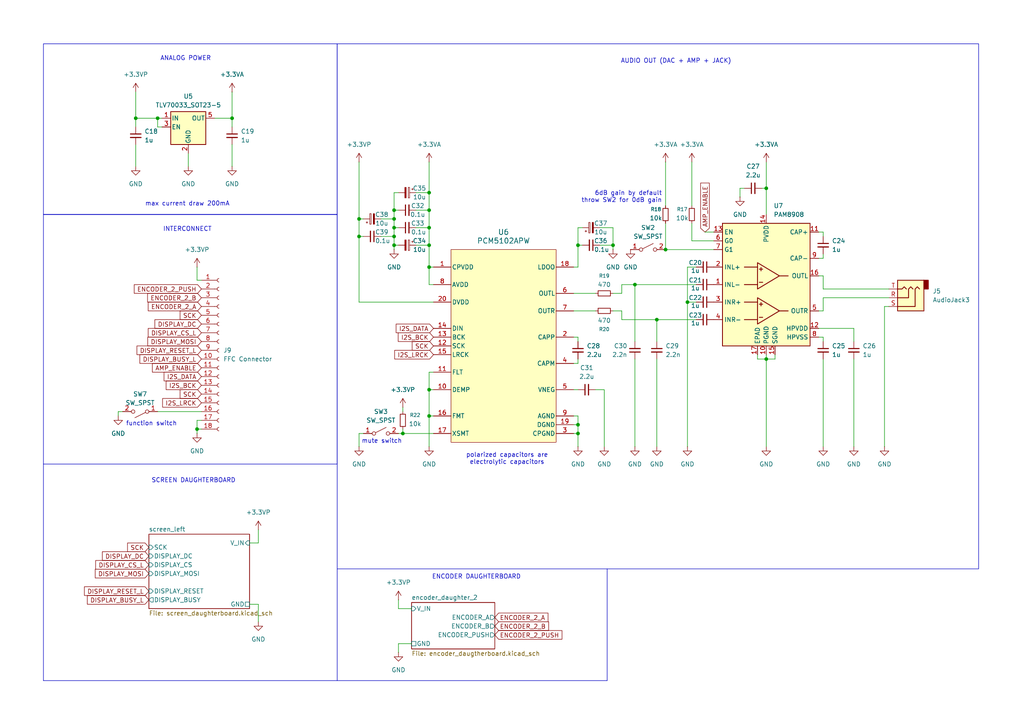
<source format=kicad_sch>
(kicad_sch (version 20250114) (generator "eeschema") (generator_version "9.0")
  (paper "A4")
  (lib_symbols
    (symbol "Amplifier_Audio:PAM8908"
      (property "Reference" "U" (at -8.89 19.05 0))
      (property "Value" "PAM8908" (at 5.08 19.05 0))
      (symbol "PAM8908_0_0"
        (polyline (pts (xy 3.81 2.54) (xy -2.54 6.35) (xy -2.54 -1.27) (xy 3.81 2.54)) (stroke (width 0.254)))
        (polyline (pts (xy 3.81 -7.62) (xy -2.54 -3.81) (xy -2.54 -11.43) (xy 3.81 -7.62)) (stroke (width 0.254)))
      )
      (symbol "PAM8908_0_1"
        (rectangle (start -12.7 17.78) (end 12.7 -17.78) (stroke (width 0.254)) (fill (type background)))
        (polyline (pts (xy -6.35 5.08) (xy -2.54 5.08)) (stroke (width 0.254)))
        (polyline (pts (xy -6.35 0) (xy -2.54 0)) (stroke (width 0.254)))
        (polyline (pts (xy -6.35 -5.08) (xy -2.54 -5.08)) (stroke (width 0.254)))
        (polyline (pts (xy -6.35 -10.16) (xy -2.54 -10.16)) (stroke (width 0.254)))
        (polyline (pts (xy 3.81 2.54) (xy 6.35 2.54)) (stroke (width 0.254)))
        (polyline (pts (xy 3.81 -7.62) (xy 6.35 -7.62)) (stroke (width 0.254)))
        (pin passive line (at 15.24 7.62 180) (length 2.54) (name "CAP-") (number "9"))
      )
      (symbol "PAM8908_1_1"
        (text "+" (at -1.524 4.572 0) (effects (font (size 1.27 1.27) (thickness 0.254) (bold yes))))
        (text "-" (at -1.524 0.762 0) (effects (font (size 1.27 1.27) (thickness 0.254) (bold yes))))
        (text "+" (at -1.524 -5.588 0) (effects (font (size 1.27 1.27) (thickness 0.254) (bold yes))))
        (text "-" (at -1.524 -9.398 0) (effects (font (size 1.27 1.27) (thickness 0.254) (bold yes))))
        (pin input line (at -15.24 15.24 0) (length 2.54) (name "EN") (number "13"))
        (pin input line (at -15.24 12.7 0) (length 2.54) (name "G0") (number "6"))
        (pin input line (at -15.24 10.16 0) (length 2.54) (name "G1") (number "7"))
        (pin input line (at -15.24 5.08 0) (length 2.54) (name "INL+") (number "2"))
        (pin input line (at -15.24 0 0) (length 2.54) (name "INL-") (number "1"))
        (pin input line (at -15.24 -5.08 0) (length 2.54) (name "INR+") (number "3"))
        (pin input line (at -15.24 -10.16 0) (length 2.54) (name "INR-") (number "4"))
        (pin passive line (at -2.54 -20.32 90) (length 2.54) (name "EPAD") (number "17"))
        (pin power_in line (at 0 20.32 270) (length 2.54) (name "PVDD") (number "14"))
        (pin power_in line (at 0 -20.32 90) (length 2.54) (name "PGND") (number "10"))
        (pin power_in line (at 2.54 -20.32 90) (length 2.54) (name "SGND") (number "15"))
        (pin passive line (at 15.24 15.24 180) (length 2.54) (name "CAP+") (number "11"))
        (pin output line (at 15.24 2.54 180) (length 2.54) (name "OUTL") (number "16"))
        (pin output line (at 15.24 -7.62 180) (length 2.54) (name "OUTR") (number "5"))
        (pin power_out line (at 15.24 -12.7 180) (length 2.54) (name "HPVDD") (number "12"))
        (pin power_out line (at 15.24 -15.24 180) (length 2.54) (name "HPVSS") (number "8"))
      )
    )
    (symbol "Connector:Conn_01x18_Socket" (pin_names (offset 1.016) (hide yes))
      (property "Reference" "J" (at 0 22.86 0))
      (property "Value" "Conn_01x18_Socket" (at 0 -25.4 0))
      (symbol "Conn_01x18_Socket_1_1"
        (polyline (pts (xy -1.27 20.32) (xy -0.508 20.32)) (stroke (width 0.1524)))
        (polyline (pts (xy -1.27 17.78) (xy -0.508 17.78)) (stroke (width 0.1524)))
        (polyline (pts (xy -1.27 15.24) (xy -0.508 15.24)) (stroke (width 0.1524)))
        (polyline (pts (xy -1.27 12.7) (xy -0.508 12.7)) (stroke (width 0.1524)))
        (polyline (pts (xy -1.27 10.16) (xy -0.508 10.16)) (stroke (width 0.1524)))
        (polyline (pts (xy -1.27 7.62) (xy -0.508 7.62)) (stroke (width 0.1524)))
        (polyline (pts (xy -1.27 5.08) (xy -0.508 5.08)) (stroke (width 0.1524)))
        (polyline (pts (xy -1.27 2.54) (xy -0.508 2.54)) (stroke (width 0.1524)))
        (polyline (pts (xy -1.27 0) (xy -0.508 0)) (stroke (width 0.1524)))
        (polyline (pts (xy -1.27 -2.54) (xy -0.508 -2.54)) (stroke (width 0.1524)))
        (polyline (pts (xy -1.27 -5.08) (xy -0.508 -5.08)) (stroke (width 0.1524)))
        (polyline (pts (xy -1.27 -7.62) (xy -0.508 -7.62)) (stroke (width 0.1524)))
        (polyline (pts (xy -1.27 -10.16) (xy -0.508 -10.16)) (stroke (width 0.1524)))
        (polyline (pts (xy -1.27 -12.7) (xy -0.508 -12.7)) (stroke (width 0.1524)))
        (polyline (pts (xy -1.27 -15.24) (xy -0.508 -15.24)) (stroke (width 0.1524)))
        (polyline (pts (xy -1.27 -17.78) (xy -0.508 -17.78)) (stroke (width 0.1524)))
        (polyline (pts (xy -1.27 -20.32) (xy -0.508 -20.32)) (stroke (width 0.1524)))
        (polyline (pts (xy -1.27 -22.86) (xy -0.508 -22.86)) (stroke (width 0.1524)))
        (arc (start 0 19.812) (mid -0.5058 20.32) (end 0 20.828) (stroke (width 0.1524)))
        (arc (start 0 17.272) (mid -0.5058 17.78) (end 0 18.288) (stroke (width 0.1524)))
        (arc (start 0 14.732) (mid -0.5058 15.24) (end 0 15.748) (stroke (width 0.1524)))
        (arc (start 0 12.192) (mid -0.5058 12.7) (end 0 13.208) (stroke (width 0.1524)))
        (arc (start 0 9.652) (mid -0.5058 10.16) (end 0 10.668) (stroke (width 0.1524)))
        (arc (start 0 7.112) (mid -0.5058 7.62) (end 0 8.128) (stroke (width 0.1524)))
        (arc (start 0 4.572) (mid -0.5058 5.08) (end 0 5.588) (stroke (width 0.1524)))
        (arc (start 0 2.032) (mid -0.5058 2.54) (end 0 3.048) (stroke (width 0.1524)))
        (arc (start 0 -0.508) (mid -0.5058 0) (end 0 0.508) (stroke (width 0.1524)))
        (arc (start 0 -3.048) (mid -0.5058 -2.54) (end 0 -2.032) (stroke (width 0.1524)))
        (arc (start 0 -5.588) (mid -0.5058 -5.08) (end 0 -4.572) (stroke (width 0.1524)))
        (arc (start 0 -8.128) (mid -0.5058 -7.62) (end 0 -7.112) (stroke (width 0.1524)))
        (arc (start 0 -10.668) (mid -0.5058 -10.16) (end 0 -9.652) (stroke (width 0.1524)))
        (arc (start 0 -13.208) (mid -0.5058 -12.7) (end 0 -12.192) (stroke (width 0.1524)))
        (arc (start 0 -15.748) (mid -0.5058 -15.24) (end 0 -14.732) (stroke (width 0.1524)))
        (arc (start 0 -18.288) (mid -0.5058 -17.78) (end 0 -17.272) (stroke (width 0.1524)))
        (arc (start 0 -20.828) (mid -0.5058 -20.32) (end 0 -19.812) (stroke (width 0.1524)))
        (arc (start 0 -23.368) (mid -0.5058 -22.86) (end 0 -22.352) (stroke (width 0.1524)))
        (pin passive line (at -5.08 20.32 0) (length 3.81) (name "Pin_1") (number "1"))
        (pin passive line (at -5.08 17.78 0) (length 3.81) (name "Pin_2") (number "2"))
        (pin passive line (at -5.08 15.24 0) (length 3.81) (name "Pin_3") (number "3"))
        (pin passive line (at -5.08 12.7 0) (length 3.81) (name "Pin_4") (number "4"))
        (pin passive line (at -5.08 10.16 0) (length 3.81) (name "Pin_5") (number "5"))
        (pin passive line (at -5.08 7.62 0) (length 3.81) (name "Pin_6") (number "6"))
        (pin passive line (at -5.08 5.08 0) (length 3.81) (name "Pin_7") (number "7"))
        (pin passive line (at -5.08 2.54 0) (length 3.81) (name "Pin_8") (number "8"))
        (pin passive line (at -5.08 0 0) (length 3.81) (name "Pin_9") (number "9"))
        (pin passive line (at -5.08 -2.54 0) (length 3.81) (name "Pin_10") (number "10"))
        (pin passive line (at -5.08 -5.08 0) (length 3.81) (name "Pin_11") (number "11"))
        (pin passive line (at -5.08 -7.62 0) (length 3.81) (name "Pin_12") (number "12"))
        (pin passive line (at -5.08 -10.16 0) (length 3.81) (name "Pin_13") (number "13"))
        (pin passive line (at -5.08 -12.7 0) (length 3.81) (name "Pin_14") (number "14"))
        (pin passive line (at -5.08 -15.24 0) (length 3.81) (name "Pin_15") (number "15"))
        (pin passive line (at -5.08 -17.78 0) (length 3.81) (name "Pin_16") (number "16"))
        (pin passive line (at -5.08 -20.32 0) (length 3.81) (name "Pin_17") (number "17"))
        (pin passive line (at -5.08 -22.86 0) (length 3.81) (name "Pin_18") (number "18"))
      )
    )
    (symbol "Connector_Audio:AudioJack3"
      (property "Reference" "J" (at 0 8.89 0))
      (property "Value" "AudioJack3" (at 0 6.35 0))
      (symbol "AudioJack3_0_1"
        (rectangle (start -5.08 -5.08) (end -6.35 -2.54) (stroke (width 0.254)) (fill (type outline)))
        (polyline (pts (xy -1.905 -2.54) (xy -1.27 -3.175) (xy -0.635 -2.54) (xy -0.635 0) (xy 2.54 0)) (stroke (width 0.254)))
        (polyline (pts (xy 0 -2.54) (xy 0.635 -3.175) (xy 1.27 -2.54) (xy 2.54 -2.54)) (stroke (width 0.254)))
        (rectangle (start 2.54 3.81) (end -5.08 -5.08) (stroke (width 0.254)) (fill (type background)))
        (polyline (pts (xy 2.54 2.54) (xy -2.54 2.54) (xy -2.54 -2.54) (xy -3.175 -3.175) (xy -3.81 -2.54)) (stroke (width 0.254)))
      )
      (symbol "AudioJack3_1_1"
        (pin passive line (at 5.08 2.54 180) (length 2.54) (name "~") (number "S"))
        (pin passive line (at 5.08 0 180) (length 2.54) (name "~") (number "R"))
        (pin passive line (at 5.08 -2.54 180) (length 2.54) (name "~") (number "T"))
      )
    )
    (symbol "Device:C_Polarized_Small" (pin_numbers (hide yes)) (pin_names (offset 0.254) (hide yes))
      (property "Reference" "C" (at 0.254 1.778 0))
      (property "Value" "C_Polarized_Small" (at 0.254 -2.032 0))
      (symbol "C_Polarized_Small_0_1"
        (rectangle (start -1.524 0.6858) (end 1.524 0.3048))
        (rectangle (start -1.524 -0.3048) (end 1.524 -0.6858) (fill (type outline)))
        (polyline (pts (xy -1.27 1.524) (xy -0.762 1.524)))
        (polyline (pts (xy -1.016 1.27) (xy -1.016 1.778)))
      )
      (symbol "C_Polarized_Small_1_1"
        (pin passive line (at 0 2.54 270) (length 1.8542) (name "~") (number "1"))
        (pin passive line (at 0 -2.54 90) (length 1.8542) (name "~") (number "2"))
      )
    )
    (symbol "Device:C_Small" (pin_numbers (hide yes)) (pin_names (offset 0.254) (hide yes))
      (property "Reference" "C" (at 0.254 1.778 0))
      (property "Value" "C_Small" (at 0.254 -2.032 0))
      (symbol "C_Small_0_1"
        (polyline (pts (xy -1.524 0.508) (xy 1.524 0.508)) (stroke (width 0.3048)))
        (polyline (pts (xy -1.524 -0.508) (xy 1.524 -0.508)) (stroke (width 0.3302)))
      )
      (symbol "C_Small_1_1"
        (pin passive line (at 0 2.54 270) (length 2.032) (name "~") (number "1"))
        (pin passive line (at 0 -2.54 90) (length 2.032) (name "~") (number "2"))
      )
    )
    (symbol "PCM5102A:PCM5102APW" (pin_names (offset 0.254))
      (property "Reference" "U6" (at 0 33.02 0))
      (property "Value" "PCM5102APW" (at 0 30.48 0))
      (symbol "PCM5102APW_0_1"
        (pin power_in line (at -20.32 22.86 0) (length 5.08) (name "CPVDD") (number "1"))
        (pin power_in line (at -20.32 17.78 0) (length 5.08) (name "AVDD") (number "8"))
        (pin power_in line (at -20.32 12.7 0) (length 5.08) (name "DVDD") (number "20"))
        (pin input line (at -20.32 5.08 0) (length 5.08) (name "DIN") (number "14"))
        (pin input line (at -20.32 2.54 0) (length 5.08) (name "BCK") (number "13"))
        (pin input line (at -20.32 0 0) (length 5.08) (name "SCK") (number "12"))
        (pin input line (at -20.32 -2.54 0) (length 5.08) (name "LRCK") (number "15"))
        (pin input line (at -20.32 -7.62 0) (length 5.08) (name "FLT") (number "11"))
        (pin input line (at -20.32 -12.7 0) (length 5.08) (name "DEMP") (number "10"))
        (pin input line (at -20.32 -20.32 0) (length 5.08) (name "FMT") (number "16"))
        (pin input line (at -20.32 -25.4 0) (length 5.08) (name "XSMT") (number "17"))
        (pin power_in line (at 20.32 22.86 180) (length 5.08) (name "LDOO") (number "18"))
        (pin output line (at 20.32 15.24 180) (length 5.08) (name "OUTL") (number "6"))
        (pin output line (at 20.32 10.16 180) (length 5.08) (name "OUTR") (number "7"))
        (pin output line (at 20.32 2.54 180) (length 5.08) (name "CAPP") (number "2"))
        (pin output line (at 20.32 -5.08 180) (length 5.08) (name "CAPM") (number "4"))
        (pin power_in line (at 20.32 -12.7 180) (length 5.08) (name "VNEG") (number "5"))
        (pin power_in line (at 20.32 -20.32 180) (length 5.08) (name "AGND") (number "9"))
        (pin power_in line (at 20.32 -22.86 180) (length 5.08) (name "DGND") (number "19"))
        (pin power_in line (at 20.32 -25.4 180) (length 5.08) (name "CPGND") (number "3"))
      )
      (symbol "PCM5102APW_1_1"
        (rectangle (start -15.24 27.94) (end 15.24 -27.94) (fill (type background)))
      )
    )
    (symbol "R_Small_1" (pin_numbers (hide yes)) (pin_names (offset 0.254) (hide yes))
      (property "Reference" "R" (at 0 0 90))
      (property "Value" "R_Small" (at 1.778 0 90))
      (symbol "R_Small_1_0_1"
        (rectangle (start -0.762 1.778) (end 0.762 -1.778) (stroke (width 0.2032)))
      )
      (symbol "R_Small_1_1_1"
        (pin passive line (at 0 2.54 270) (length 0.762) (name "~") (number "1"))
        (pin passive line (at 0 -2.54 90) (length 0.762) (name "~") (number "2"))
      )
    )
    (symbol "R_Small_4" (pin_numbers (hide yes)) (pin_names (offset 0.254) (hide yes))
      (property "Reference" "R" (at 0 0 90))
      (property "Value" "R_Small" (at 1.778 0 90))
      (symbol "R_Small_4_0_1"
        (rectangle (start -0.762 1.778) (end 0.762 -1.778) (stroke (width 0.2032)))
      )
      (symbol "R_Small_4_1_1"
        (pin passive line (at 0 2.54 270) (length 0.762) (name "~") (number "1"))
        (pin passive line (at 0 -2.54 90) (length 0.762) (name "~") (number "2"))
      )
    )
    (symbol "Regulator_Linear:TLV70033_SOT23-5" (pin_names (offset 0.254))
      (property "Reference" "U" (at -3.81 5.715 0))
      (property "Value" "TLV70033_SOT23-5" (at 0 5.715 0))
      (symbol "TLV70033_SOT23-5_0_1"
        (rectangle (start -5.08 4.445) (end 5.08 -5.08) (stroke (width 0.254)) (fill (type background)))
      )
      (symbol "TLV70033_SOT23-5_1_1"
        (pin power_in line (at -7.62 2.54 0) (length 2.54) (name "IN") (number "1"))
        (pin input line (at -7.62 0 0) (length 2.54) (name "EN") (number "3"))
        (pin power_in line (at 0 -7.62 90) (length 2.54) (name "GND") (number "2"))
        (pin no_connect line (at 5.08 0 180) (length 2.54) (hide yes) (name "NC") (number "4"))
        (pin power_out line (at 7.62 2.54 180) (length 2.54) (name "OUT") (number "5"))
      )
    )
    (symbol "Switch:SW_SPST" (pin_names (offset 0) (hide yes))
      (property "Reference" "SW" (at 0 3.175 0))
      (property "Value" "SW_SPST" (at 0 -2.54 0))
      (symbol "SW_SPST_0_0"
        (circle (center -2.032 0) (radius 0.508))
        (polyline (pts (xy -1.524 0.254) (xy 1.524 1.778)))
        (circle (center 2.032 0) (radius 0.508))
      )
      (symbol "SW_SPST_1_1"
        (pin passive line (at -5.08 0 0) (length 2.54) (name "A") (number "1"))
        (pin passive line (at 5.08 0 180) (length 2.54) (name "B") (number "2"))
      )
    )
    (symbol "power:+3.3VA" (power) (pin_numbers (hide yes)) (pin_names (offset 0) (hide yes))
      (property "Value" "+3.3VA" (at 0 3.556 0))
      (symbol "+3.3VA_0_1"
        (polyline (pts (xy -0.762 1.27) (xy 0 2.54)))
        (polyline (pts (xy 0 2.54) (xy 0.762 1.27)))
        (polyline (pts (xy 0 0) (xy 0 2.54)))
      )
      (symbol "+3.3VA_1_1"
        (pin power_in line (at 0 0 90) (length 0) (name "~") (number "1"))
      )
    )
    (symbol "power:+3.3VP" (power) (pin_numbers (hide yes)) (pin_names (offset 0) (hide yes))
      (property "Value" "+3.3VP" (at 0 3.556 0))
      (symbol "+3.3VP_0_0"
        (pin power_in line (at 0 0 90) (length 0) (name "~") (number "1"))
      )
      (symbol "+3.3VP_0_1"
        (polyline (pts (xy -0.762 1.27) (xy 0 2.54)))
        (polyline (pts (xy 0 2.54) (xy 0.762 1.27)))
        (polyline (pts (xy 0 0) (xy 0 2.54)))
      )
    )
    (symbol "power:GND" (power) (pin_numbers (hide yes)) (pin_names (offset 0) (hide yes))
      (property "Value" "GND" (at 0 -3.81 0))
      (symbol "GND_0_1"
        (polyline (pts (xy 0 0) (xy 0 -1.27) (xy 1.27 -1.27) (xy 0 -2.54) (xy -1.27 -1.27) (xy 0 -1.27)))
      )
      (symbol "GND_1_1"
        (pin power_in line (at 0 0 270) (length 0) (name "~") (number "1"))
      )
    )
  )
  (rectangle (start 12.6 12.7) (end 97.8 62.2))
  (rectangle (start 97.8 12.7) (end 283.845 165))
  (rectangle (start 12.6 62.2) (end 97.8 134.6))
  (text "6dB gain by default\nthrow SW2 for 0dB gain" (at 192.024 57.15 0) (effects (font (size 1.27 1.27)) (justify right)))
  (text "SCREEN DAUGHTERBOARD" (at 56.134 139.446 0) (effects (font (size 1.27 1.27))))
  (text "polarized capacitors are\nelectrolytic capacitors" (at 147.066 133.096 0) (effects (font (size 1.27 1.27))))
  (text "max current draw 200mA" (at 54.356 59.182 0) (effects (font (size 1.27 1.27))))
  (text "ANALOG POWER" (at 53.848 17.018 0) (effects (font (size 1.27 1.27))))
  (text "AUDIO OUT (DAC + AMP + JACK)" (at 196.088 17.78 0) (effects (font (size 1.27 1.27))))
  (text "INTERCONNECT" (at 54.356 66.548 0) (effects (font (size 1.27 1.27))))
  (text "ENCODER DAUGHTERBOARD" (at 138.176 167.386 0) (effects (font (size 1.27 1.27))))
  (text "function switch" (at 43.942 122.936 0) (effects (font (size 1.27 1.27))))
  (text "mute switch" (at 110.744 128.016 0) (effects (font (size 1.27 1.27))))
  (junction (at 104.14 68.58))
  (junction (at 167.64 123.19))
  (junction (at 45.72 34.29))
  (junction (at 222.25 54.61))
  (junction (at 167.64 71.12))
  (junction (at 124.46 120.65))
  (junction (at 124.46 77.47))
  (junction (at 104.14 63.5))
  (junction (at 114.3 68.58))
  (junction (at 57.15 124.46))
  (junction (at 193.04 72.39))
  (junction (at 177.8 71.12))
  (junction (at 67.31 34.29))
  (junction (at 199.39 87.63))
  (junction (at 222.25 104.14))
  (junction (at 39.37 34.29))
  (junction (at 190.5 92.71))
  (junction (at 167.64 125.73))
  (junction (at 114.3 60.96))
  (junction (at 114.3 63.5))
  (junction (at 124.46 66.04))
  (junction (at 114.3 66.04))
  (junction (at 124.46 60.96))
  (junction (at 124.46 55.88))
  (junction (at 184.15 82.55))
  (junction (at 124.46 113.03))
  (junction (at 114.3 71.12))
  (junction (at 124.46 71.12))
  (junction (at 116.84 125.73))
  (wire (pts (xy 256.54 129.54) (xy 256.54 88.9)))
  (wire (pts (xy 104.14 68.58) (xy 104.14 63.5)))
  (wire (pts (xy 238.76 67.31) (xy 237.49 67.31)))
  (wire (pts (xy 238.76 90.17) (xy 237.49 90.17)))
  (wire (pts (xy 238.76 83.82) (xy 238.76 80.01)))
  (wire (pts (xy 74.93 157.48) (xy 74.93 153.67)))
  (wire (pts (xy 125.73 107.95) (xy 124.46 107.95)))
  (wire (pts (xy 167.64 104.14) (xy 167.64 105.41)))
  (wire (pts (xy 167.64 97.79) (xy 167.64 99.06)))
  (wire (pts (xy 247.65 104.14) (xy 247.65 129.54)))
  (wire (pts (xy 120.65 55.88) (xy 124.46 55.88)))
  (wire (pts (xy 110.49 68.58) (xy 114.3 68.58)))
  (wire (pts (xy 247.65 95.25) (xy 247.65 99.06)))
  (wire (pts (xy 124.46 60.96) (xy 124.46 66.04)))
  (wire (pts (xy 222.25 46.99) (xy 222.25 54.61)))
  (wire (pts (xy 190.5 92.71) (xy 201.93 92.71)))
  (wire (pts (xy 124.46 77.47) (xy 125.73 77.47)))
  (wire (pts (xy 222.25 104.14) (xy 222.25 102.87)))
  (wire (pts (xy 199.39 87.63) (xy 199.39 129.54)))
  (wire (pts (xy 124.46 46.99) (xy 124.46 55.88)))
  (wire (pts (xy 173.99 66.04) (xy 177.8 66.04)))
  (wire (pts (xy 219.71 102.87) (xy 219.71 104.14)))
  (wire (pts (xy 200.66 46.99) (xy 200.66 59.69)))
  (wire (pts (xy 114.3 55.88) (xy 114.3 60.96)))
  (wire (pts (xy 114.3 72.39) (xy 114.3 71.12)))
  (wire (pts (xy 237.49 95.25) (xy 247.65 95.25)))
  (wire (pts (xy 120.65 66.04) (xy 124.46 66.04)))
  (wire (pts (xy 257.81 83.82) (xy 238.76 83.82)))
  (wire (pts (xy 124.46 113.03) (xy 124.46 120.65)))
  (wire (pts (xy 238.76 86.36) (xy 238.76 90.17)))
  (wire (pts (xy 177.8 66.04) (xy 177.8 71.12)))
  (wire (pts (xy 125.73 87.63) (xy 104.14 87.63)))
  (wire (pts (xy 167.64 71.12) (xy 167.64 77.47)))
  (wire (pts (xy 190.5 92.71) (xy 190.5 99.06)))
  (wire (pts (xy 39.37 41.91) (xy 39.37 48.26)))
  (wire (pts (xy 39.37 34.29) (xy 39.37 36.83)))
  (wire (pts (xy 115.57 176.53) (xy 119.38 176.53)))
  (wire (pts (xy 237.49 97.79) (xy 238.76 97.79)))
  (wire (pts (xy 34.29 119.38) (xy 35.56 119.38)))
  (wire (pts (xy 124.46 129.54) (xy 124.46 120.65)))
  (wire (pts (xy 104.14 125.73) (xy 104.14 129.54)))
  (wire (pts (xy 193.04 72.39) (xy 207.01 72.39)))
  (wire (pts (xy 180.34 90.17) (xy 180.34 92.71)))
  (wire (pts (xy 166.37 125.73) (xy 167.64 125.73)))
  (wire (pts (xy 180.34 82.55) (xy 184.15 82.55)))
  (wire (pts (xy 124.46 55.88) (xy 124.46 60.96)))
  (wire (pts (xy 115.57 173.99) (xy 115.57 176.53)))
  (wire (pts (xy 238.76 74.93) (xy 237.49 74.93)))
  (wire (pts (xy 166.37 120.65) (xy 167.64 120.65)))
  (wire (pts (xy 57.15 124.46) (xy 57.15 121.92)))
  (polyline (pts (xy 12.6 197.4) (xy 176.1 197.4)))
  (wire (pts (xy 104.14 63.5) (xy 105.41 63.5)))
  (wire (pts (xy 115.57 55.88) (xy 114.3 55.88)))
  (wire (pts (xy 167.64 77.47) (xy 166.37 77.47)))
  (wire (pts (xy 57.15 125.73) (xy 57.15 124.46)))
  (wire (pts (xy 114.3 66.04) (xy 115.57 66.04)))
  (wire (pts (xy 67.31 41.91) (xy 67.31 48.26)))
  (wire (pts (xy 238.76 97.79) (xy 238.76 99.06)))
  (wire (pts (xy 190.5 104.14) (xy 190.5 129.54)))
  (wire (pts (xy 238.76 104.14) (xy 238.76 129.54)))
  (wire (pts (xy 114.3 60.96) (xy 114.3 63.5)))
  (wire (pts (xy 193.04 46.99) (xy 193.04 59.69)))
  (polyline (pts (xy 176.1 165) (xy 176.1 197.4)))
  (wire (pts (xy 124.46 71.12) (xy 124.46 77.47)))
  (wire (pts (xy 222.25 129.54) (xy 222.25 104.14)))
  (wire (pts (xy 115.57 125.73) (xy 116.84 125.73)))
  (wire (pts (xy 115.57 186.69) (xy 119.38 186.69)))
  (wire (pts (xy 238.76 68.58) (xy 238.76 67.31)))
  (wire (pts (xy 116.84 125.73) (xy 116.84 124.46)))
  (wire (pts (xy 45.72 119.38) (xy 58.42 119.38)))
  (wire (pts (xy 214.63 54.61) (xy 215.9 54.61)))
  (wire (pts (xy 177.8 90.17) (xy 180.34 90.17)))
  (wire (pts (xy 45.72 36.83) (xy 45.72 34.29)))
  (wire (pts (xy 57.15 81.28) (xy 58.42 81.28)))
  (wire (pts (xy 120.65 60.96) (xy 124.46 60.96)))
  (wire (pts (xy 173.99 71.12) (xy 177.8 71.12)))
  (wire (pts (xy 166.37 123.19) (xy 167.64 123.19)))
  (wire (pts (xy 54.61 44.45) (xy 54.61 48.26)))
  (wire (pts (xy 167.64 66.04) (xy 167.64 71.12)))
  (wire (pts (xy 167.64 125.73) (xy 167.64 129.54)))
  (wire (pts (xy 120.65 71.12) (xy 124.46 71.12)))
  (wire (pts (xy 175.26 129.54) (xy 175.26 113.03)))
  (wire (pts (xy 257.81 86.36) (xy 238.76 86.36)))
  (wire (pts (xy 180.34 85.09) (xy 180.34 82.55)))
  (wire (pts (xy 222.25 54.61) (xy 222.25 62.23)))
  (wire (pts (xy 219.71 104.14) (xy 222.25 104.14)))
  (wire (pts (xy 199.39 77.47) (xy 201.93 77.47)))
  (wire (pts (xy 104.14 87.63) (xy 104.14 68.58)))
  (wire (pts (xy 204.47 67.31) (xy 207.01 67.31)))
  (wire (pts (xy 67.31 26.67) (xy 67.31 34.29)))
  (wire (pts (xy 72.39 157.48) (xy 74.93 157.48)))
  (wire (pts (xy 199.39 77.47) (xy 199.39 87.63)))
  (wire (pts (xy 180.34 92.71) (xy 190.5 92.71)))
  (wire (pts (xy 124.46 113.03) (xy 125.73 113.03)))
  (wire (pts (xy 166.37 97.79) (xy 167.64 97.79)))
  (wire (pts (xy 104.14 125.73) (xy 105.41 125.73)))
  (wire (pts (xy 114.3 63.5) (xy 114.3 66.04)))
  (wire (pts (xy 57.15 121.92) (xy 58.42 121.92)))
  (wire (pts (xy 168.91 71.12) (xy 167.64 71.12)))
  (wire (pts (xy 177.8 71.12) (xy 177.8 72.39)))
  (wire (pts (xy 114.3 71.12) (xy 114.3 68.58)))
  (wire (pts (xy 114.3 68.58) (xy 114.3 66.04)))
  (wire (pts (xy 114.3 60.96) (xy 115.57 60.96)))
  (wire (pts (xy 74.93 175.26) (xy 74.93 180.34)))
  (wire (pts (xy 39.37 34.29) (xy 45.72 34.29)))
  (wire (pts (xy 124.46 77.47) (xy 124.46 82.55)))
  (wire (pts (xy 116.84 125.73) (xy 125.73 125.73)))
  (wire (pts (xy 116.84 118.11) (xy 116.84 119.38)))
  (wire (pts (xy 220.98 54.61) (xy 222.25 54.61)))
  (wire (pts (xy 124.46 107.95) (xy 124.46 113.03)))
  (wire (pts (xy 177.8 85.09) (xy 180.34 85.09)))
  (wire (pts (xy 207.01 69.85) (xy 200.66 69.85)))
  (wire (pts (xy 167.64 66.04) (xy 168.91 66.04)))
  (wire (pts (xy 57.15 124.46) (xy 58.42 124.46)))
  (wire (pts (xy 184.15 82.55) (xy 201.93 82.55)))
  (wire (pts (xy 167.64 123.19) (xy 167.64 125.73)))
  (wire (pts (xy 166.37 85.09) (xy 172.72 85.09)))
  (wire (pts (xy 104.14 68.58) (xy 105.41 68.58)))
  (wire (pts (xy 115.57 186.69) (xy 115.57 189.23)))
  (wire (pts (xy 167.64 105.41) (xy 166.37 105.41)))
  (wire (pts (xy 110.49 63.5) (xy 114.3 63.5)))
  (wire (pts (xy 222.25 104.14) (xy 224.79 104.14)))
  (wire (pts (xy 238.76 73.66) (xy 238.76 74.93)))
  (wire (pts (xy 175.26 113.03) (xy 172.72 113.03)))
  (wire (pts (xy 39.37 34.29) (xy 39.37 26.67)))
  (wire (pts (xy 46.99 36.83) (xy 45.72 36.83)))
  (polyline (pts (xy 12.6 134.6) (xy 12.6 197.4)))
  (wire (pts (xy 167.64 120.65) (xy 167.64 123.19)))
  (wire (pts (xy 124.46 120.65) (xy 125.73 120.65)))
  (wire (pts (xy 104.14 63.5) (xy 104.14 46.99)))
  (wire (pts (xy 184.15 104.14) (xy 184.15 129.54)))
  (wire (pts (xy 199.39 87.63) (xy 201.93 87.63)))
  (wire (pts (xy 200.66 69.85) (xy 200.66 64.77)))
  (wire (pts (xy 57.15 77.47) (xy 57.15 81.28)))
  (wire (pts (xy 214.63 57.15) (xy 214.63 54.61)))
  (wire (pts (xy 184.15 82.55) (xy 184.15 99.06)))
  (polyline (pts (xy 97.8 165) (xy 97.8 197.4)))
  (wire (pts (xy 72.39 175.26) (xy 74.93 175.26)))
  (wire (pts (xy 166.37 90.17) (xy 172.72 90.17)))
  (wire (pts (xy 167.64 113.03) (xy 166.37 113.03)))
  (wire (pts (xy 256.54 88.9) (xy 257.81 88.9)))
  (wire (pts (xy 124.46 66.04) (xy 124.46 71.12)))
  (wire (pts (xy 67.31 34.29) (xy 67.31 36.83)))
  (wire (pts (xy 224.79 102.87) (xy 224.79 104.14)))
  (wire (pts (xy 124.46 82.55) (xy 125.73 82.55)))
  (wire (pts (xy 34.29 120.65) (xy 34.29 119.38)))
  (wire (pts (xy 237.49 80.01) (xy 238.76 80.01)))
  (wire (pts (xy 45.72 34.29) (xy 46.99 34.29)))
  (wire (pts (xy 62.23 34.29) (xy 67.31 34.29)))
  (wire (pts (xy 114.3 71.12) (xy 115.57 71.12)))
  (wire (pts (xy 193.04 64.77) (xy 193.04 72.39)))
  (global_label "SCK" (shape input) (at 58.42 91.44 180) (property "Intersheetrefs" "${INTERSHEET_REFS}" (effects (hide yes))))
  (global_label "SCK" (shape input) (at 125.73 100.33 180) (property "Intersheetrefs" "${INTERSHEET_REFS}" (effects (hide yes))))
  (global_label "DISPLAY_BUSY_L" (shape input) (at 43.18 173.99 180) (property "Intersheetrefs" "${INTERSHEET_REFS}" (effects (hide yes))))
  (global_label "DISPLAY_RESET_L" (shape input) (at 58.42 101.6 180) (property "Intersheetrefs" "${INTERSHEET_REFS}" (effects (hide yes))))
  (global_label "ENCODER_2_B" (shape input) (at 143.51 181.61 0) (property "Intersheetrefs" "${INTERSHEET_REFS}" (effects (hide yes))))
  (global_label "SCK" (shape input) (at 43.18 158.75 180) (property "Intersheetrefs" "${INTERSHEET_REFS}" (effects (hide yes))))
  (global_label "ENCODER_2_PUSH" (shape input) (at 58.42 83.82 180) (property "Intersheetrefs" "${INTERSHEET_REFS}" (effects (hide yes))))
  (global_label "DISPLAY_BUSY_L" (shape input) (at 58.42 104.14 180) (property "Intersheetrefs" "${INTERSHEET_REFS}" (effects (hide yes))))
  (global_label "ENCODER_2_A" (shape input) (at 143.51 179.07 0) (property "Intersheetrefs" "${INTERSHEET_REFS}" (effects (hide yes))))
  (global_label "ENCODER_2_B" (shape input) (at 58.42 86.36 180) (property "Intersheetrefs" "${INTERSHEET_REFS}" (effects (hide yes))))
  (global_label "DISPLAY_RESET_L" (shape input) (at 43.18 171.45 180) (property "Intersheetrefs" "${INTERSHEET_REFS}" (effects (hide yes))))
  (global_label "I2S_DATA" (shape input) (at 125.73 95.25 180) (property "Intersheetrefs" "${INTERSHEET_REFS}" (effects (hide yes))))
  (global_label "DISPLAY_CS_L" (shape input) (at 43.18 163.83 180) (property "Intersheetrefs" "${INTERSHEET_REFS}" (effects (hide yes))))
  (global_label "ENCODER_2_PUSH" (shape input) (at 143.51 184.15 0) (property "Intersheetrefs" "${INTERSHEET_REFS}" (effects (hide yes))))
  (global_label "SCK" (shape input) (at 58.42 114.3 180) (property "Intersheetrefs" "${INTERSHEET_REFS}" (effects (hide yes))))
  (global_label "I2S_BCK" (shape input) (at 58.42 111.76 180) (property "Intersheetrefs" "${INTERSHEET_REFS}" (effects (hide yes))))
  (global_label "I2S_LRCK" (shape input) (at 58.42 116.84 180) (property "Intersheetrefs" "${INTERSHEET_REFS}" (effects (hide yes))))
  (global_label "I2S_LRCK" (shape input) (at 125.73 102.87 180) (property "Intersheetrefs" "${INTERSHEET_REFS}" (effects (hide yes))))
  (global_label "AMP_ENABLE" (shape input) (at 58.42 106.68 180) (property "Intersheetrefs" "${INTERSHEET_REFS}" (effects (hide yes))))
  (global_label "ENCODER_2_A" (shape input) (at 58.42 88.9 180) (property "Intersheetrefs" "${INTERSHEET_REFS}" (effects (hide yes))))
  (global_label "I2S_DATA" (shape input) (at 58.42 109.22 180) (property "Intersheetrefs" "${INTERSHEET_REFS}" (effects (hide yes))))
  (global_label "DISPLAY_MOSI" (shape input) (at 58.42 99.06 180) (property "Intersheetrefs" "${INTERSHEET_REFS}" (effects (hide yes))))
  (global_label "DISPLAY_CS_L" (shape input) (at 58.42 96.52 180) (property "Intersheetrefs" "${INTERSHEET_REFS}" (effects (hide yes))))
  (global_label "DISPLAY_DC" (shape input) (at 43.18 161.29 180) (property "Intersheetrefs" "${INTERSHEET_REFS}" (effects (hide yes))))
  (global_label "AMP_ENABLE" (shape input) (at 204.47 67.31 90) (property "Intersheetrefs" "${INTERSHEET_REFS}" (effects (hide yes))))
  (global_label "I2S_BCK" (shape input) (at 125.73 97.79 180) (property "Intersheetrefs" "${INTERSHEET_REFS}" (effects (hide yes))))
  (global_label "DISPLAY_DC" (shape input) (at 58.42 93.98 180) (property "Intersheetrefs" "${INTERSHEET_REFS}" (effects (hide yes))))
  (global_label "DISPLAY_MOSI" (shape input) (at 43.18 166.37 180) (property "Intersheetrefs" "${INTERSHEET_REFS}" (effects (hide yes))))
  (symbol (lib_id "power:+3.3VP") (at 115.57 173.99 0) (unit 1)
    (property "Reference" "#PWR0103" (effects (hide yes)))
    (property "Value" "+3.3VP" (at 115.57 168.91 0))
    (property "Description" "Power symbol creates a global label with name \"+3.3VP\"" (effects (hide yes)))
  )
  (symbol (lib_id "power:+3.3VA") (at 193.04 46.99 0) (unit 1)
    (property "Reference" "#PWR059" (effects (hide yes)))
    (property "Value" "+3.3VA" (at 193.04 41.91 0))
    (property "Description" "Power symbol creates a global label with name \"+3.3VA\"" (effects (hide yes)))
  )
  (symbol (lib_id "power:GND") (at 182.88 72.39 0) (unit 1)
    (property "Reference" "#PWR058" (effects (hide yes)))
    (property "Value" "GND" (at 182.88 77.47 0))
    (property "Description" "Power symbol creates a global label with name \"GND\" , ground" (effects (hide yes)))
  )
  (symbol (lib_id "Device:C_Polarized_Small") (at 118.11 55.88 270) (unit 1)
    (property "Reference" "C35" (at 121.666 54.61 90))
    (property "Value" "10u" (at 121.666 57.15 90))
    (property "Footprint" "Capacitor_SMD:CP_Elec_4x4.5" (effects (hide yes)))
    (property "Description" "Polarized capacitor, small symbol" (effects (hide yes)))
  )
  (symbol (lib_id "Device:C_Small") (at 247.65 101.6 0) (unit 1)
    (property "Reference" "C26" (at 250.19 100.3362 0) (effects (justify left)))
    (property "Value" "1u" (at 250.19 102.8762 0) (effects (justify left)))
    (property "Footprint" "Capacitor_SMD:C_0805_2012Metric" (effects (hide yes)))
    (property "Description" "Unpolarized capacitor, small symbol" (effects (hide yes)))
  )
  (symbol (lib_id "power:+3.3VA") (at 222.25 46.99 0) (unit 1)
    (property "Reference" "#PWR054" (effects (hide yes)))
    (property "Value" "+3.3VA" (at 222.25 41.91 0))
    (property "Description" "Power symbol creates a global label with name \"+3.3VA\"" (effects (hide yes)))
  )
  (symbol (lib_id "Device:C_Polarized_Small") (at 107.95 63.5 90) (unit 1)
    (property "Reference" "C38" (at 110.744 62.23 90))
    (property "Value" "10u" (at 110.744 64.77 90))
    (property "Footprint" "Capacitor_SMD:CP_Elec_4x4.5" (effects (hide yes)))
    (property "Description" "Polarized capacitor, small symbol" (effects (hide yes)))
  )
  (symbol (lib_name "R_Small_4") (lib_id "Device:R_Small") (at 200.66 62.23 0) (unit 1)
    (property "Reference" "R17" (at 197.866 60.706 0) (effects (font (size 1.016 1.016))))
    (property "Value" "10k" (at 197.866 63.246 0))
    (property "Footprint" "Resistor_SMD:R_1206_3216Metric" (effects (hide yes)))
    (property "Description" "Resistor, small symbol" (effects (hide yes)))
  )
  (symbol (lib_id "Device:C_Small") (at 238.76 71.12 0) (unit 1)
    (property "Reference" "C24" (at 241.3 69.8562 0) (effects (justify left)))
    (property "Value" "1u" (at 241.3 72.3962 0) (effects (justify left)))
    (property "Footprint" "Capacitor_SMD:C_0805_2012Metric" (effects (hide yes)))
    (property "Description" "Unpolarized capacitor, small symbol" (effects (hide yes)))
  )
  (symbol (lib_id "Device:C_Small") (at 204.47 87.63 270) (unit 1)
    (property "Reference" "C22" (at 201.676 86.36 90))
    (property "Value" "1u" (at 201.676 88.646 90))
    (property "Footprint" "Capacitor_SMD:C_0805_2012Metric" (effects (hide yes)))
    (property "Description" "Unpolarized capacitor, small symbol" (effects (hide yes)))
  )
  (symbol (lib_id "Amplifier_Audio:PAM8908") (at 222.25 82.55 0) (unit 1)
    (property "Reference" "U7" (at 224.3933 59.69 0) (effects (justify left)))
    (property "Value" "PAM8908" (at 224.3933 62.23 0) (effects (justify left)))
    (property "Footprint" "Package_DFN_QFN:QFN-16-1EP_3x3mm_P0.5mm_EP1.7x1.7mm" (effects (hide yes)))
    (property "Datasheet" "https://www.diodes.com/datasheet/download/PAM8908.pdf" (effects (hide yes)))
    (property "Description" "60mW 2.5-5.5V differential stereo headphone amplifier with adjustable gain, QFN-16" (effects (hide yes)))
  )
  (symbol (lib_id "Switch:SW_SPST") (at 110.49 125.73 0) (unit 1)
    (property "Reference" "SW3" (at 110.49 119.38 0))
    (property "Value" "SW_SPST" (at 110.49 121.92 0))
    (property "Description" "Single Pole Single Throw (SPST) switch" (effects (hide yes)))
  )
  (symbol (lib_id "Device:C_Small") (at 204.47 92.71 270) (unit 1)
    (property "Reference" "C23" (at 201.676 91.44 90))
    (property "Value" "1u" (at 201.676 93.726 90))
    (property "Footprint" "Capacitor_SMD:C_0805_2012Metric" (effects (hide yes)))
    (property "Description" "Unpolarized capacitor, small symbol" (effects (hide yes)))
  )
  (symbol (lib_id "Device:C_Small") (at 167.64 101.6 0) (unit 1)
    (property "Reference" "C28" (at 170.18 100.3362 0) (effects (justify left)))
    (property "Value" "2.2u" (at 170.18 102.8762 0) (effects (justify left)))
    (property "Footprint" "Capacitor_SMD:C_0402_1005Metric" (effects (hide yes)))
    (property "Description" "Unpolarized capacitor, small symbol" (effects (hide yes)))
  )
  (symbol (lib_id "power:GND") (at 167.64 129.54 0) (unit 1)
    (property "Reference" "#PWR060" (effects (hide yes)))
    (property "Value" "GND" (at 167.64 134.62 0))
    (property "Description" "Power symbol creates a global label with name \"GND\" , ground" (effects (hide yes)))
  )
  (symbol (lib_id "Device:C_Small") (at 218.44 54.61 90) (unit 1)
    (property "Reference" "C27" (at 218.4463 48.26 90))
    (property "Value" "2.2u" (at 218.4463 50.8 90))
    (property "Footprint" "Capacitor_SMD:C_0402_1005Metric" (effects (hide yes)))
    (property "Description" "Unpolarized capacitor, small symbol" (effects (hide yes)))
  )
  (symbol (lib_id "power:GND") (at 34.29 120.65 0) (unit 1)
    (property "Reference" "#PWR0111" (effects (hide yes)))
    (property "Value" "GND" (at 34.29 125.73 0))
    (property "Description" "Power symbol creates a global label with name \"GND\" , ground" (effects (hide yes)))
  )
  (symbol (lib_id "power:GND") (at 247.65 129.54 0) (unit 1)
    (property "Reference" "#PWR053" (effects (hide yes)))
    (property "Value" "GND" (at 247.65 134.62 0))
    (property "Description" "Power symbol creates a global label with name \"GND\" , ground" (effects (hide yes)))
  )
  (symbol (lib_id "power:GND") (at 214.63 57.15 0) (unit 1)
    (property "Reference" "#PWR055" (effects (hide yes)))
    (property "Value" "GND" (at 214.63 62.23 0))
    (property "Description" "Power symbol creates a global label with name \"GND\" , ground" (effects (hide yes)))
  )
  (symbol (lib_id "Device:C_Polarized_Small") (at 171.45 66.04 90) (unit 1)
    (property "Reference" "C37" (at 174.244 64.77 90))
    (property "Value" "10u" (at 174.244 67.31 90))
    (property "Footprint" "Capacitor_SMD:CP_Elec_4x4.5" (effects (hide yes)))
    (property "Description" "Polarized capacitor, small symbol" (effects (hide yes)))
  )
  (symbol (lib_id "power:GND") (at 256.54 129.54 0) (unit 1)
    (property "Reference" "#PWR056" (effects (hide yes)))
    (property "Value" "GND" (at 256.54 134.62 0))
    (property "Description" "Power symbol creates a global label with name \"GND\" , ground" (effects (hide yes)))
  )
  (symbol (lib_id "Device:C_Small") (at 190.5 101.6 0) (unit 1)
    (property "Reference" "C29" (at 193.04 100.3362 0) (effects (justify left)))
    (property "Value" "2.2n" (at 193.04 102.8762 0) (effects (justify left)))
    (property "Footprint" "Capacitor_SMD:C_0805_2012Metric" (effects (hide yes)))
    (property "Description" "Unpolarized capacitor, small symbol" (effects (hide yes)))
  )
  (symbol (lib_id "power:GND") (at 124.46 129.54 0) (unit 1)
    (property "Reference" "#PWR064" (effects (hide yes)))
    (property "Value" "GND" (at 124.46 134.62 0))
    (property "Description" "Power symbol creates a global label with name \"GND\" , ground" (effects (hide yes)))
  )
  (symbol (lib_id "Device:C_Small") (at 204.47 77.47 270) (unit 1)
    (property "Reference" "C20" (at 201.676 76.2 90))
    (property "Value" "1u" (at 201.676 78.486 90))
    (property "Footprint" "Capacitor_SMD:C_0805_2012Metric" (effects (hide yes)))
    (property "Description" "Unpolarized capacitor, small symbol" (effects (hide yes)))
  )
  (symbol (lib_id "Connector_Audio:AudioJack3") (at 262.89 86.36 180) (unit 1)
    (property "Reference" "J5" (at 270.51 84.4549 0) (effects (justify right)))
    (property "Value" "AudioJack3" (at 270.51 86.9949 0) (effects (justify right)))
    (property "Footprint" "Connector_Audio:Jack_3.5mm_CUI_SJ1-3523N_Horizontal" (effects (hide yes)))
    (property "Description" "Audio Jack, 3 Poles (Stereo / TRS)" (effects (hide yes)))
  )
  (symbol (lib_id "power:GND") (at 114.3 72.39 0) (unit 1)
    (property "Reference" "#PWR067" (effects (hide yes)))
    (property "Value" "GND" (at 114.3 77.47 0))
    (property "Description" "Power symbol creates a global label with name \"GND\" , ground" (effects (hide yes)))
  )
  (symbol (lib_id "power:GND") (at 238.76 129.54 0) (unit 1)
    (property "Reference" "#PWR052" (effects (hide yes)))
    (property "Value" "GND" (at 238.76 134.62 0))
    (property "Description" "Power symbol creates a global label with name \"GND\" , ground" (effects (hide yes)))
  )
  (symbol (lib_id "power:GND") (at 175.26 129.54 0) (unit 1)
    (property "Reference" "#PWR066" (effects (hide yes)))
    (property "Value" "GND" (at 175.26 134.62 0))
    (property "Description" "Power symbol creates a global label with name \"GND\" , ground" (effects (hide yes)))
  )
  (symbol (lib_id "power:+3.3VA") (at 67.31 26.67 0) (unit 1)
    (property "Reference" "#PWR048" (effects (hide yes)))
    (property "Value" "+3.3VA" (at 67.31 21.59 0))
    (property "Description" "Power symbol creates a global label with name \"+3.3VA\"" (effects (hide yes)))
  )
  (symbol (lib_name "R_Small_1") (lib_id "Device:R_Small") (at 175.26 90.17 270) (unit 1)
    (property "Reference" "R20" (at 175.26 95.504 90) (effects (font (size 1.016 1.016))))
    (property "Value" "470" (at 175.26 92.964 90))
    (property "Footprint" "Resistor_SMD:R_0603_1608Metric" (effects (hide yes)))
    (property "Description" "Resistor, small symbol" (effects (hide yes)))
  )
  (symbol (lib_id "power:+3.3VP") (at 39.37 26.67 0) (unit 1)
    (property "Reference" "#PWR044" (effects (hide yes)))
    (property "Value" "+3.3VP" (at 39.37 21.59 0))
    (property "Description" "Power symbol creates a global label with name \"+3.3VP\"" (effects (hide yes)))
  )
  (symbol (lib_id "power:GND") (at 54.61 48.26 0) (unit 1)
    (property "Reference" "#PWR046" (effects (hide yes)))
    (property "Value" "GND" (at 54.61 53.34 0))
    (property "Description" "Power symbol creates a global label with name \"GND\" , ground" (effects (hide yes)))
  )
  (symbol (lib_id "power:+3.3VP") (at 116.84 118.11 0) (unit 1)
    (property "Reference" "#PWR063" (effects (hide yes)))
    (property "Value" "+3.3VP" (at 116.84 113.03 0))
    (property "Description" "Power symbol creates a global label with name \"+3.3VP\"" (effects (hide yes)))
  )
  (symbol (lib_id "power:GND") (at 39.37 48.26 0) (unit 1)
    (property "Reference" "#PWR045" (effects (hide yes)))
    (property "Value" "GND" (at 39.37 53.34 0))
    (property "Description" "Power symbol creates a global label with name \"GND\" , ground" (effects (hide yes)))
  )
  (symbol (lib_name "R_Small_4") (lib_id "Device:R_Small") (at 193.04 62.23 0) (unit 1)
    (property "Reference" "R18" (at 190.246 60.706 0) (effects (font (size 1.016 1.016))))
    (property "Value" "10k" (at 190.246 63.246 0))
    (property "Footprint" "Resistor_SMD:R_1206_3216Metric" (effects (hide yes)))
    (property "Description" "Resistor, small symbol" (effects (hide yes)))
  )
  (symbol (lib_id "Device:C_Small") (at 170.18 113.03 90) (unit 1)
    (property "Reference" "C31" (at 170.1863 106.68 90))
    (property "Value" "2.2u" (at 170.1863 109.22 90))
    (property "Footprint" "Capacitor_SMD:C_0402_1005Metric" (effects (hide yes)))
    (property "Description" "Unpolarized capacitor, small symbol" (effects (hide yes)))
  )
  (symbol (lib_id "Device:C_Small") (at 204.47 82.55 270) (unit 1)
    (property "Reference" "C21" (at 201.676 81.28 90))
    (property "Value" "1u" (at 201.676 83.566 90))
    (property "Footprint" "Capacitor_SMD:C_0805_2012Metric" (effects (hide yes)))
    (property "Description" "Unpolarized capacitor, small symbol" (effects (hide yes)))
  )
  (symbol (lib_id "Device:C_Small") (at 238.76 101.6 0) (unit 1)
    (property "Reference" "C25" (at 241.3 100.3362 0) (effects (justify left)))
    (property "Value" "1u" (at 241.3 102.8762 0) (effects (justify left)))
    (property "Footprint" "Capacitor_SMD:C_0805_2012Metric" (effects (hide yes)))
    (property "Description" "Unpolarized capacitor, small symbol" (effects (hide yes)))
  )
  (symbol (lib_id "power:GND") (at 184.15 129.54 0) (unit 1)
    (property "Reference" "#PWR068" (effects (hide yes)))
    (property "Value" "GND" (at 184.15 134.62 0))
    (property "Description" "Power symbol creates a global label with name \"GND\" , ground" (effects (hide yes)))
  )
  (symbol (lib_name "R_Small_4") (lib_id "Device:R_Small") (at 116.84 121.92 0) (unit 1)
    (property "Reference" "R22" (at 120.396 120.396 0) (effects (font (size 1.016 1.016))))
    (property "Value" "10k" (at 120.396 122.936 0))
    (property "Footprint" "Resistor_SMD:R_1206_3216Metric" (effects (hide yes)))
    (property "Description" "Resistor, small symbol" (effects (hide yes)))
  )
  (symbol (lib_id "Connector:Conn_01x18_Socket") (at 63.5 101.6 0) (unit 1)
    (property "Reference" "J9" (at 64.77 101.5999 0) (effects (justify left)))
    (property "Value" "FFC Connector" (at 64.77 104.1399 0) (effects (justify left)))
    (property "Footprint" "Connector_FFC-FPC:JUSHUO_AFA07-S18FCA-00_1x18-1MP_P1.0mm_Horizontal" (effects (hide yes)))
    (property "Description" "Generic connector, single row, 01x18, script generated" (effects (hide yes)))
  )
  (symbol (lib_id "Device:C_Small") (at 184.15 101.6 180) (unit 1)
    (property "Reference" "C30" (at 178.054 100.33 0) (effects (justify right)))
    (property "Value" "2.2n" (at 177.546 102.87 0) (effects (justify right)))
    (property "Footprint" "Capacitor_SMD:C_0805_2012Metric" (effects (hide yes)))
    (property "Description" "Unpolarized capacitor, small symbol" (effects (hide yes)))
  )
  (symbol (lib_id "power:GND") (at 190.5 129.54 0) (unit 1)
    (property "Reference" "#PWR071" (effects (hide yes)))
    (property "Value" "GND" (at 190.5 134.62 0))
    (property "Description" "Power symbol creates a global label with name \"GND\" , ground" (effects (hide yes)))
  )
  (symbol (lib_id "Switch:SW_SPST") (at 187.96 72.39 0) (unit 1)
    (property "Reference" "SW2" (at 187.96 66.04 0))
    (property "Value" "SW_SPST" (at 187.96 68.58 0))
    (property "Description" "Single Pole Single Throw (SPST) switch" (effects (hide yes)))
  )
  (symbol (lib_id "Device:C_Small") (at 107.95 68.58 270) (unit 1)
    (property "Reference" "C39" (at 110.744 67.31 90))
    (property "Value" "0.1u" (at 110.998 69.85 90))
    (property "Footprint" "Capacitor_SMD:C_1206_3216Metric" (effects (hide yes)))
    (property "Description" "Unpolarized capacitor, small symbol" (effects (hide yes)))
  )
  (symbol (lib_id "power:GND") (at 67.31 48.26 0) (unit 1)
    (property "Reference" "#PWR047" (effects (hide yes)))
    (property "Value" "GND" (at 67.31 53.34 0))
    (property "Description" "Power symbol creates a global label with name \"GND\" , ground" (effects (hide yes)))
  )
  (symbol (lib_id "Device:C_Small") (at 118.11 66.04 90) (unit 1)
    (property "Reference" "C33" (at 121.158 64.77 90))
    (property "Value" "0.1u" (at 121.412 67.31 90))
    (property "Footprint" "Capacitor_SMD:C_1206_3216Metric" (effects (hide yes)))
    (property "Description" "Unpolarized capacitor, small symbol" (effects (hide yes)))
  )
  (symbol (lib_id "Device:C_Small") (at 39.37 39.37 0) (unit 1)
    (property "Reference" "C18" (at 41.91 38.1062 0) (effects (justify left)))
    (property "Value" "1u" (at 41.91 40.6462 0) (effects (justify left)))
    (property "Footprint" "Capacitor_SMD:C_0805_2012Metric" (effects (hide yes)))
    (property "Description" "Unpolarized capacitor, small symbol" (effects (hide yes)))
  )
  (symbol (lib_id "power:+3.3VA") (at 124.46 46.99 0) (unit 1)
    (property "Reference" "#PWR062" (effects (hide yes)))
    (property "Value" "+3.3VA" (at 124.46 41.91 0))
    (property "Description" "Power symbol creates a global label with name \"+3.3VA\"" (effects (hide yes)))
  )
  (symbol (lib_id "power:GND") (at 74.93 180.34 0) (unit 1)
    (property "Reference" "#PWR0105" (effects (hide yes)))
    (property "Value" "GND" (at 74.93 185.42 0))
    (property "Description" "Power symbol creates a global label with name \"GND\" , ground" (effects (hide yes)))
  )
  (symbol (lib_id "power:GND") (at 177.8 72.39 0) (unit 1)
    (property "Reference" "#PWR069" (effects (hide yes)))
    (property "Value" "GND" (at 177.8 77.47 0))
    (property "Description" "Power symbol creates a global label with name \"GND\" , ground" (effects (hide yes)))
  )
  (symbol (lib_id "power:+3.3VP") (at 57.15 77.47 0) (unit 1)
    (property "Reference" "#PWR0109" (effects (hide yes)))
    (property "Value" "+3.3VP" (at 57.15 72.39 0))
    (property "Description" "Power symbol creates a global label with name \"+3.3VP\"" (effects (hide yes)))
  )
  (symbol (lib_id "power:+3.3VP") (at 104.14 46.99 0) (unit 1)
    (property "Reference" "#PWR070" (effects (hide yes)))
    (property "Value" "+3.3VP" (at 104.14 41.91 0))
    (property "Description" "Power symbol creates a global label with name \"+3.3VP\"" (effects (hide yes)))
  )
  (symbol (lib_id "Device:C_Polarized_Small") (at 118.11 71.12 270) (unit 1)
    (property "Reference" "C34" (at 121.666 69.85 90))
    (property "Value" "10u" (at 121.666 72.39 90))
    (property "Footprint" "Capacitor_SMD:CP_Elec_4x4.5" (effects (hide yes)))
    (property "Description" "Polarized capacitor, small symbol" (effects (hide yes)))
  )
  (symbol (lib_id "Regulator_Linear:TLV70033_SOT23-5") (at 54.61 36.83 0) (unit 1)
    (property "Reference" "U5" (at 54.61 27.94 0))
    (property "Value" "TLV70033_SOT23-5" (at 54.61 30.48 0))
    (property "Footprint" "Package_TO_SOT_SMD:SOT-23-5" (effects (hide yes)))
    (property "Datasheet" "http://www.ti.com/lit/ds/symlink/tlv700.pdf" (effects (hide yes)))
    (property "Description" "200mA Low Dropout Voltage Regulator, Fixed Output 3.3V, SOT-23-5" (effects (hide yes)))
  )
  (symbol (lib_id "power:+3.3VP") (at 74.93 153.67 0) (unit 1)
    (property "Reference" "#PWR0104" (effects (hide yes)))
    (property "Value" "+3.3VP" (at 74.93 148.59 0))
    (property "Description" "Power symbol creates a global label with name \"+3.3VP\"" (effects (hide yes)))
  )
  (symbol (lib_id "Device:C_Small") (at 67.31 39.37 0) (unit 1)
    (property "Reference" "C19" (at 69.85 38.1062 0) (effects (justify left)))
    (property "Value" "1u" (at 69.85 40.6462 0) (effects (justify left)))
    (property "Footprint" "Capacitor_SMD:C_0805_2012Metric" (effects (hide yes)))
    (property "Description" "Unpolarized capacitor, small symbol" (effects (hide yes)))
  )
  (symbol (lib_id "power:GND") (at 57.15 125.73 0) (unit 1)
    (property "Reference" "#PWR0108" (effects (hide yes)))
    (property "Value" "GND" (at 57.15 130.81 0))
    (property "Description" "Power symbol creates a global label with name \"GND\" , ground" (effects (hide yes)))
  )
  (symbol (lib_id "Device:C_Small") (at 171.45 71.12 270) (unit 1)
    (property "Reference" "C36" (at 174.244 69.85 90))
    (property "Value" "0.1u" (at 174.498 72.39 90))
    (property "Footprint" "Capacitor_SMD:C_1206_3216Metric" (effects (hide yes)))
    (property "Description" "Unpolarized capacitor, small symbol" (effects (hide yes)))
  )
  (symbol (lib_id "Switch:SW_SPST") (at 40.64 119.38 180) (unit 1)
    (property "Reference" "SW7" (at 40.64 114.3 0))
    (property "Value" "SW_SPST" (at 40.64 116.84 0))
    (property "Description" "Single Pole Single Throw (SPST) switch" (effects (hide yes)))
  )
  (symbol (lib_id "power:GND") (at 222.25 129.54 0) (unit 1)
    (property "Reference" "#PWR051" (effects (hide yes)))
    (property "Value" "GND" (at 222.25 134.62 0))
    (property "Description" "Power symbol creates a global label with name \"GND\" , ground" (effects (hide yes)))
  )
  (symbol (lib_id "power:GND") (at 199.39 129.54 0) (unit 1)
    (property "Reference" "#PWR049" (effects (hide yes)))
    (property "Value" "GND" (at 199.39 134.62 0))
    (property "Description" "Power symbol creates a global label with name \"GND\" , ground" (effects (hide yes)))
  )
  (symbol (lib_id "PCM5102A:PCM5102APW") (at 146.05 100.33 0) (unit 1)
    (property "Reference" "U6" (at 146.05 67.31 0) (effects (font (size 1.524 1.524))))
    (property "Value" "PCM5102APW" (at 146.05 69.85 0) (effects (font (size 1.524 1.524))))
    (property "Footprint" "PCM5102A:PW0020A_L" (effects (hide yes)))
    (property "Datasheet" "PCM5102APW" (effects (hide yes)))
  )
  (symbol (lib_id "power:GND") (at 115.57 189.23 0) (unit 1)
    (property "Reference" "#PWR096" (effects (hide yes)))
    (property "Value" "GND" (at 115.57 194.31 0))
    (property "Description" "Power symbol creates a global label with name \"GND\" , ground" (effects (hide yes)))
  )
  (symbol (lib_id "Device:C_Small") (at 118.11 60.96 90) (unit 1)
    (property "Reference" "C32" (at 121.158 59.69 90))
    (property "Value" "0.1u" (at 121.158 62.23 90))
    (property "Footprint" "Capacitor_SMD:C_1206_3216Metric" (effects (hide yes)))
    (property "Description" "Unpolarized capacitor, small symbol" (effects (hide yes)))
  )
  (symbol (lib_id "power:GND") (at 104.14 129.54 0) (unit 1)
    (property "Reference" "#PWR034" (effects (hide yes)))
    (property "Value" "GND" (at 104.14 134.62 0))
    (property "Description" "Power symbol creates a global label with name \"GND\" , ground" (effects (hide yes)))
  )
  (symbol (lib_id "power:+3.3VA") (at 200.66 46.99 0) (unit 1)
    (property "Reference" "#PWR057" (effects (hide yes)))
    (property "Value" "+3.3VA" (at 200.66 41.91 0))
    (property "Description" "Power symbol creates a global label with name \"+3.3VA\"" (effects (hide yes)))
  )
  (symbol (lib_name "R_Small_1") (lib_id "Device:R_Small") (at 175.26 85.09 90) (unit 1)
    (property "Reference" "R19" (at 175.26 80.01 90) (effects (font (size 1.016 1.016))))
    (property "Value" "470" (at 175.26 82.55 90))
    (property "Footprint" "Resistor_SMD:R_0603_1608Metric" (effects (hide yes)))
    (property "Description" "Resistor, small symbol" (effects (hide yes)))
  )
  (sheet (at 43.18 154.94) (size 29.21 21.59) (stroke (width 0.1524))
    (property "Sheetname" "screen_left" (at 43.18 154.2284 0) (effects (justify left bottom)))
    (property "Sheetfile" "screen_daughterboard.kicad_sch" (at 43.18 177.1146 0) (effects (justify left top)))
    (pin "DISPLAY_RESET" input (at 43.18 171.45 180))
    (pin "DISPLAY_DC" input (at 43.18 161.29 180))
    (pin "SCK" input (at 43.18 158.75 180))
    (pin "DISPLAY_CS" input (at 43.18 163.83 180))
    (pin "DISPLAY_MOSI" input (at 43.18 166.37 180))
    (pin "DISPLAY_BUSY" output (at 43.18 173.99 180))
    (pin "GND" passive (at 72.39 175.26 0))
    (pin "V_IN" input (at 72.39 157.48 0))
  )
  (sheet (at 119.38 174.752) (size 24.13 13.462) (stroke (width 0.1524))
    (property "Sheetname" "encoder_daughter_2" (at 119.38 174.0404 0) (effects (justify left bottom)))
    (property "Sheetfile" "encoder_daugtherboard.kicad_sch" (at 119.38 188.7986 0) (effects (justify left top)))
    (pin "ENCODER_PUSH" output (at 143.51 184.15 0))
    (pin "ENCODER_A" output (at 143.51 179.07 0))
    (pin "ENCODER_B" output (at 143.51 181.61 0))
    (pin "V_IN" input (at 119.38 176.53 180))
    (pin "GND" passive (at 119.38 186.69 180))
  )
)
</source>
